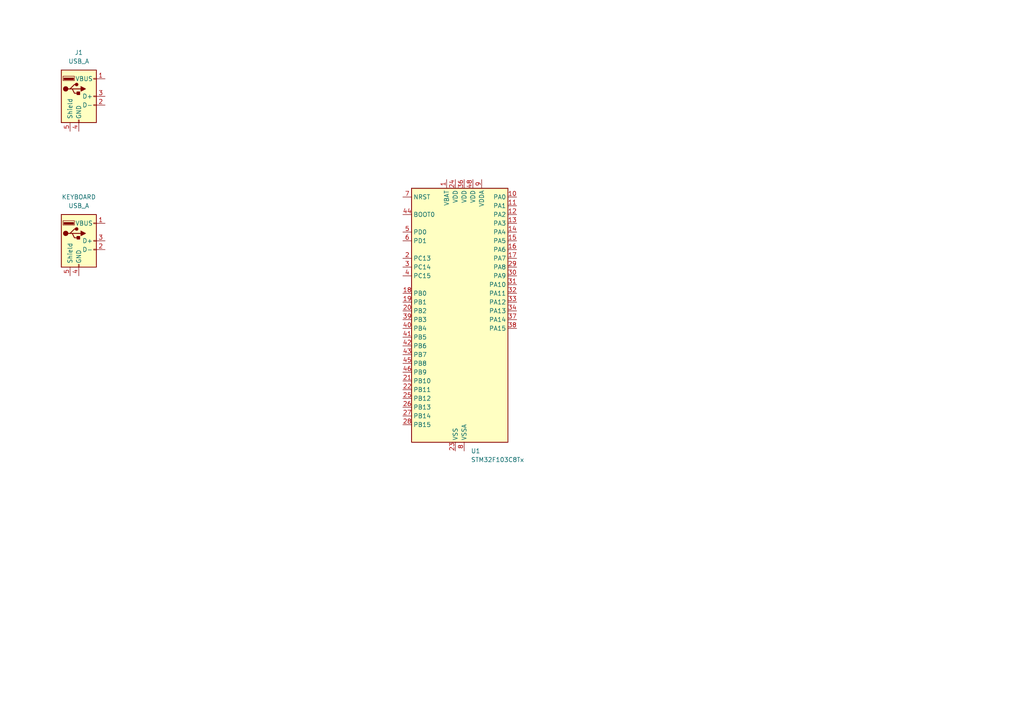
<source format=kicad_sch>
(kicad_sch (version 20230121) (generator eeschema)
  (paper "A4")
  (lib_symbols
    (symbol "Connector:USB_A" (pin_names (offset 1.016))
      (property "Reference" "J" (at -5.08 11.43 0))
      (property "Value" "USB_A" (at -5.08 8.89 0))
      (symbol "USB_A_0_1"
        (rectangle (start -5.08 -7.62) (end 5.08 7.62) (stroke (width 0.254)) (fill (type background)))
        (circle (center -3.81 2.159) (radius 0.635) (stroke (width 0.254)) (fill (type outline)))
        (rectangle (start -1.524 4.826) (end -4.318 5.334) (fill (type outline)))
        (rectangle (start -1.27 4.572) (end -4.572 5.842))
        (circle (center -0.635 3.429) (radius 0.381) (stroke (width 0.254)) (fill (type outline)))
        (rectangle (start -0.127 -7.62) (end 0.127 -6.858))
        (polyline (pts (xy -3.175 2.159) (xy -2.54 2.159) (xy -1.27 3.429) (xy -0.635 3.429)) (stroke (width 0.254)))
        (polyline (pts (xy -2.54 2.159) (xy -1.905 2.159) (xy -1.27 0.889) (xy 0 0.889)) (stroke (width 0.254)))
        (polyline (pts (xy 0.635 2.794) (xy 0.635 1.524) (xy 1.905 2.159) (xy 0.635 2.794)) (stroke (width 0.254)) (fill (type outline)))
        (rectangle (start 0.254 1.27) (end -0.508 0.508) (stroke (width 0.254)) (fill (type outline)))
        (rectangle (start 5.08 -2.667) (end 4.318 -2.413))
        (rectangle (start 5.08 -0.127) (end 4.318 0.127))
        (rectangle (start 5.08 4.953) (end 4.318 5.207))
      )
      (symbol "USB_A_1_1"
        (polyline (pts (xy -1.905 2.159) (xy 0.635 2.159)) (stroke (width 0.254)))
        (pin power_in line (at 7.62 5.08 180) (length 2.54) (name "VBUS") (number "1"))
        (pin bidirectional line (at 7.62 -2.54 180) (length 2.54) (name "D-") (number "2"))
        (pin bidirectional line (at 7.62 0 180) (length 2.54) (name "D+") (number "3"))
        (pin power_in line (at 0 -10.16 90) (length 2.54) (name "GND") (number "4"))
        (pin passive line (at -2.54 -10.16 90) (length 2.54) (name "Shield") (number "5"))
      )
    )
    (symbol "MCU_ST_STM32F1:STM32F103C8Tx"
      (property "Reference" "U" (at -12.7 39.37 0))
      (property "Value" "STM32F103C8Tx" (at 10.16 39.37 0))
      (symbol "STM32F103C8Tx_0_1"
        (rectangle (start -12.7 -35.56) (end 15.24 38.1) (stroke (width 0.254)) (fill (type background)))
      )
      (symbol "STM32F103C8Tx_1_1"
        (pin power_in line (at -2.54 40.64 270) (length 2.54) (name "VBAT") (number "1"))
        (pin bidirectional line (at 17.78 35.56 180) (length 2.54) (name "PA0") (number "10"))
        (pin bidirectional line (at 17.78 33.02 180) (length 2.54) (name "PA1") (number "11"))
        (pin bidirectional line (at 17.78 30.48 180) (length 2.54) (name "PA2") (number "12"))
        (pin bidirectional line (at 17.78 27.94 180) (length 2.54) (name "PA3") (number "13"))
        (pin bidirectional line (at 17.78 25.4 180) (length 2.54) (name "PA4") (number "14"))
        (pin bidirectional line (at 17.78 22.86 180) (length 2.54) (name "PA5") (number "15"))
        (pin bidirectional line (at 17.78 20.32 180) (length 2.54) (name "PA6") (number "16"))
        (pin bidirectional line (at 17.78 17.78 180) (length 2.54) (name "PA7") (number "17"))
        (pin bidirectional line (at -15.24 7.62 0) (length 2.54) (name "PB0") (number "18"))
        (pin bidirectional line (at -15.24 5.08 0) (length 2.54) (name "PB1") (number "19"))
        (pin bidirectional line (at -15.24 17.78 0) (length 2.54) (name "PC13") (number "2"))
        (pin bidirectional line (at -15.24 2.54 0) (length 2.54) (name "PB2") (number "20"))
        (pin bidirectional line (at -15.24 -17.78 0) (length 2.54) (name "PB10") (number "21"))
        (pin bidirectional line (at -15.24 -20.32 0) (length 2.54) (name "PB11") (number "22"))
        (pin power_in line (at 0 -38.1 90) (length 2.54) (name "VSS") (number "23"))
        (pin power_in line (at 0 40.64 270) (length 2.54) (name "VDD") (number "24"))
        (pin bidirectional line (at -15.24 -22.86 0) (length 2.54) (name "PB12") (number "25"))
        (pin bidirectional line (at -15.24 -25.4 0) (length 2.54) (name "PB13") (number "26"))
        (pin bidirectional line (at -15.24 -27.94 0) (length 2.54) (name "PB14") (number "27"))
        (pin bidirectional line (at -15.24 -30.48 0) (length 2.54) (name "PB15") (number "28"))
        (pin bidirectional line (at 17.78 15.24 180) (length 2.54) (name "PA8") (number "29"))
        (pin bidirectional line (at -15.24 15.24 0) (length 2.54) (name "PC14") (number "3"))
        (pin bidirectional line (at 17.78 12.7 180) (length 2.54) (name "PA9") (number "30"))
        (pin bidirectional line (at 17.78 10.16 180) (length 2.54) (name "PA10") (number "31"))
        (pin bidirectional line (at 17.78 7.62 180) (length 2.54) (name "PA11") (number "32"))
        (pin bidirectional line (at 17.78 5.08 180) (length 2.54) (name "PA12") (number "33"))
        (pin bidirectional line (at 17.78 2.54 180) (length 2.54) (name "PA13") (number "34"))
        (pin passive line (at 0 -38.1 90) (length 2.54) hide (name "VSS") (number "35"))
        (pin power_in line (at 2.54 40.64 270) (length 2.54) (name "VDD") (number "36"))
        (pin bidirectional line (at 17.78 0 180) (length 2.54) (name "PA14") (number "37"))
        (pin bidirectional line (at 17.78 -2.54 180) (length 2.54) (name "PA15") (number "38"))
        (pin bidirectional line (at -15.24 0 0) (length 2.54) (name "PB3") (number "39"))
        (pin bidirectional line (at -15.24 12.7 0) (length 2.54) (name "PC15") (number "4"))
        (pin bidirectional line (at -15.24 -2.54 0) (length 2.54) (name "PB4") (number "40"))
        (pin bidirectional line (at -15.24 -5.08 0) (length 2.54) (name "PB5") (number "41"))
        (pin bidirectional line (at -15.24 -7.62 0) (length 2.54) (name "PB6") (number "42"))
        (pin bidirectional line (at -15.24 -10.16 0) (length 2.54) (name "PB7") (number "43"))
        (pin input line (at -15.24 30.48 0) (length 2.54) (name "BOOT0") (number "44"))
        (pin bidirectional line (at -15.24 -12.7 0) (length 2.54) (name "PB8") (number "45"))
        (pin bidirectional line (at -15.24 -15.24 0) (length 2.54) (name "PB9") (number "46"))
        (pin passive line (at 0 -38.1 90) (length 2.54) hide (name "VSS") (number "47"))
        (pin power_in line (at 5.08 40.64 270) (length 2.54) (name "VDD") (number "48"))
        (pin bidirectional line (at -15.24 25.4 0) (length 2.54) (name "PD0") (number "5"))
        (pin bidirectional line (at -15.24 22.86 0) (length 2.54) (name "PD1") (number "6"))
        (pin input line (at -15.24 35.56 0) (length 2.54) (name "NRST") (number "7"))
        (pin power_in line (at 2.54 -38.1 90) (length 2.54) (name "VSSA") (number "8"))
        (pin power_in line (at 7.62 40.64 270) (length 2.54) (name "VDDA") (number "9"))
      )
    )
  )
  (symbol (lib_id "MCU_ST_STM32F1:STM32F103C8Tx") (at 132.08 92.71 0) (unit 1)
    (property "Reference" "U1" (at 136.5759 130.81 0) (effects (justify left)))
    (property "Value" "STM32F103C8Tx" (at 136.5759 133.35 0) (effects (justify left)))
    (property "Footprint" "Package_QFP:LQFP-48_7x7mm_P0.5mm" (effects hide))
    (property "Datasheet" "https://www.st.com/resource/en/datasheet/stm32f103c8.pdf" (effects hide))
  )
  (symbol (lib_id "Connector:USB_A") (at 22.86 69.85 0) (unit 1)
    (property "Reference" "KEYBOARD" (at 22.86 57.15 0))
    (property "Value" "USB_A" (at 22.86 59.69 0))
    (property "Datasheet" " ~" (effects hide))
  )
  (symbol (lib_id "Connector:USB_A") (at 22.86 27.94 0) (unit 1)
    (property "Reference" "J1" (at 22.86 15.24 0))
    (property "Value" "USB_A" (at 22.86 17.78 0))
    (property "Datasheet" " ~" (effects hide))
  )
)
</source>
